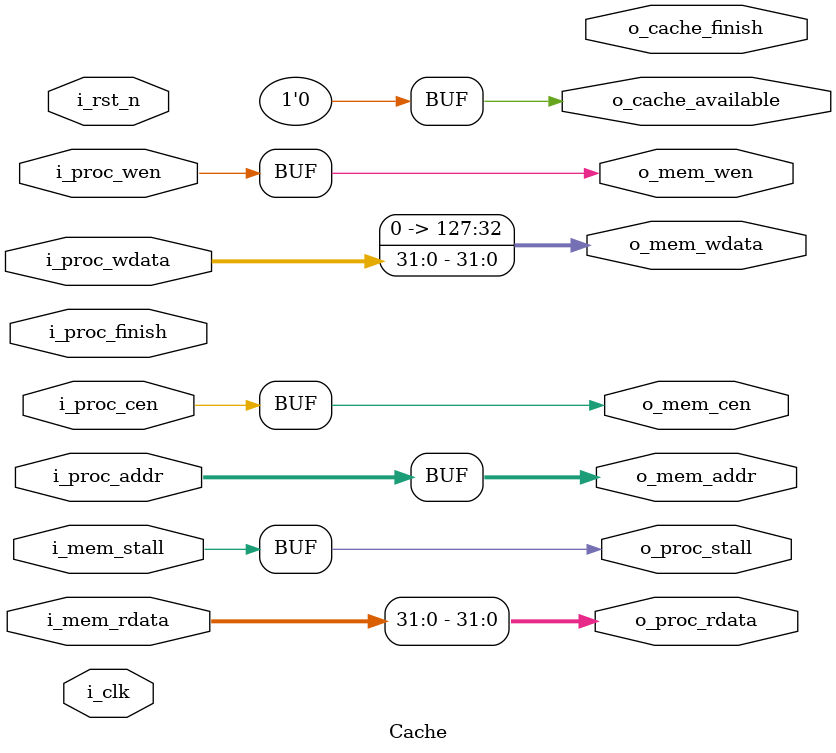
<source format=v>
module CHIP #(                                                                                  //
    parameter BIT_W = 32                                                                        //
)(                                                                                              //
    // clock                                                                                    //
        input               i_clk,                                                              //
        input               i_rst_n,                                                            //
    // instruction memory                                                                       //
        input  [BIT_W-1:0]  i_IMEM_data,                                                        //
        output [BIT_W-1:0]  o_IMEM_addr,                                                        //
        output              o_IMEM_cen,                                                         //
    // data memory                                                                              //
        input               i_DMEM_stall,                                                       //
        input  [BIT_W-1:0]  i_DMEM_rdata,                                                       //
        output              o_DMEM_cen,                                                         //
        output              o_DMEM_wen,                                                         //
        output [BIT_W-1:0]  o_DMEM_addr,                                                        //
        output [BIT_W-1:0]  o_DMEM_wdata,                                                       //
    // finnish procedure                                                                        //
        output              o_finish,                                                           //
    // cache                                                                                    //
        input               i_cache_finish,                                                     //
        output              o_proc_finish                                                       //
);                                                                                              //
//----------------------------- DO NOT MODIFY THE I/O INTERFACE!! ------------------------------//

// ------------------------------------------------------------------------------------------------------------------------------------------------------
// Parameters
// ------------------------------------------------------------------------------------------------------------------------------------------------------

    // TODO: any declaration
    // auipc
    parameter auipc_opcode = 7'b0010111;
    // jal
    parameter jal_opcode   = 7'b1101111;
    // jalr
    parameter jalr_opcode  = 7'b1100111;
    // add
    parameter add_funct7   = 7'b0000000;
    parameter add_funct3   = 3'b000;
    parameter add_opcode   = 7'b0110011;
    // sub
    parameter sub_funct7   = 7'b0100000;
    parameter sub_funct3   = 3'b000;
    parameter sub_opcode   = 7'b0110011;
    // and
    parameter and_funct7   = 7'b0000000;
    parameter and_funct3   = 3'b111;
    parameter and_opcode   = 7'b0110011;
    // xor
    parameter xor_funct7   = 7'b0000000;
    parameter xor_funct3   = 3'b100;
    parameter xor_opcode   = 7'b0110011;
    // addi
    parameter addi_funct3  = 3'b000;
    parameter addi_opcode  = 7'b0010011;
    // slli
    parameter slli_funct3  = 3'b001;
    parameter slli_opcode  = 7'b0010011;
    // slti
    parameter slti_funct3  = 3'b010;
    parameter slti_opcode  = 7'b0010011;
    // srai
    parameter srai_funct7  = 7'b0100000;
    parameter srai_funct3  = 3'b101;
    parameter srai_opcode  = 7'b0010011;
    // lw
    parameter lw_funct3    = 3'b010;
    parameter lw_opcode    = 7'b0000011;
    // sw
    parameter sw_funct3    = 3'b010;
    parameter sw_opcode    = 7'b0100011;
    // mul
    parameter mul_funct7   = 7'b0000001;
    parameter mul_funct3   = 3'b000;
    parameter mul_opcode   = 7'b0110011;
    // beq
    parameter beq_funct3   = 3'b000;
    parameter beq_opcode   = 7'b1100011;
    // bge
    parameter bge_funct3   = 3'b101;
    parameter bge_opcode   = 7'b1100011;
    // blt
    parameter blt_funct3   = 3'b100;
    parameter blt_opcode   = 7'b1100011;
    // bne
    parameter bne_funct3   = 3'b001;
    parameter bne_opcode   = 7'b1100011;
    // ecall
    parameter ecall_opcode = 7'b1110011;
    parameter ecall        = 32'b0000_0000_0001_0000_0000_0000_0111_0011;

    // state
    parameter S_IDLE  = 5'd0;
    parameter S_AUIPC = 5'd1;
    parameter S_JAL   = 5'd2;
    parameter S_JALR  = 5'd3;
    parameter S_ADD   = 5'd4;
    parameter S_SUB   = 5'd5;
    parameter S_AND   = 5'd6;
    parameter S_XOR   = 5'd7;
    parameter S_ADDI  = 5'd8;
    parameter S_SLLI  = 5'd9;
    parameter S_SLTI  = 5'd10;
    parameter S_SRAI  = 5'd11;
    parameter S_LW    = 5'd12;
    parameter S_SW    = 5'd13;
    parameter S_MUL   = 5'd14;
    parameter S_BEQ   = 5'd15;
    parameter S_BGE   = 5'd16;
    parameter S_BLT   = 5'd17;
    parameter S_BNE   = 5'd18;
    parameter S_ECALL = 5'd19;

// ------------------------------------------------------------------------------------------------------------------------------------------------------
// Wires and Registers
// ------------------------------------------------------------------------------------------------------------------------------------------------------
    
    // TODO: any declaration
    reg [4:0] state, state_nxt;

    // instruction memory
    reg [BIT_W-1:0] PC, PC_nxt;
    reg IMEM_cen, IMEM_cen_nxt;
    wire mem_cen, mem_wen;
    wire [BIT_W-1:0] mem_addr, mem_wdata, mem_rdata;
    wire mem_stall;

    // register
    reg [BIT_W-1:0] imm;
    wire [BIT_W-1:0] rdata1, rdata2;
    reg [BIT_W-1:0] rdatad, rdatad_nxt;

    // data memory
    reg DMEM_cen, DMEM_cen_nxt;
    reg DMEM_wen, DMEM_wen_nxt;      
    reg [BIT_W-1:0] DMEM_addr, DMEM_addr_nxt;
    reg [BIT_W-1:0] DMEM_wdata, DMEM_wdata_nxt;
    reg [BIT_W-1:0] DMEM_rdata, DMEM_rdata_nxt;

    // instruction
    wire ALUSrc;
    wire MemtoReg;
    wire RegWrite;
    wire MemRead;
    wire MemWrite;
    wire Branch;
    wire [1:0] ALUOp;
    wire [3:0] ALU_control_input;

    // operation
    wire muldiv_done;
    wire [BIT_W-1:0] muldiv_result;
    wire muldiv_valid = state==S_MUL ? 1 : 0;

    // finish procedure
    reg finish, finish_nxt;

// ------------------------------------------------------------------------------------------------------------------------------------------------------
// Continuous Assignment
// ------------------------------------------------------------------------------------------------------------------------------------------------------

    // TODO: any wire assignment

    // instruction memory
    assign o_IMEM_addr = PC;
    assign o_IMEM_cen = IMEM_cen; // load instruction

    // control signal
    assign ALUSrc = (i_IMEM_data[6:0]==7'b0000011) || (i_IMEM_data[6:0]==7'b0100011);
    assign MemtoReg = (i_IMEM_data[6:0]==7'b0000011);
    assign RegWrite = (i_IMEM_data[6:0]==7'b0110011) || (i_IMEM_data[6:0]==7'b0000011);
    assign MemRead = (i_IMEM_data[6:0]==7'b0000011);
    assign MemWrite = (i_IMEM_data[6:0]==7'b0100011);
    assign Branch = (i_IMEM_data[6:0]==7'b1100011);
    assign ALUOp[1] = (i_IMEM_data[6:0]==7'b0110011);
    assign ALUOp[0] = (i_IMEM_data[6:0]==7'b1100011);   
    assign ALU_control_input = (ALUOp==2'b00 ? 4'b0010 : (ALUOp[0]==1'b1 ? 4'b0110 : (i_IMEM_data[14:12]==3'b000 ? 4'b0010 : (i_IMEM_data[30]==1'b1 ? 4'b0110 : (i_IMEM_data[14:12]==3'b111 ? 4'b0000 : 4'b0001)))));

    // data memory
    assign o_DMEM_cen = DMEM_cen;
    assign o_DMEM_wen = DMEM_wen;
    assign o_DMEM_addr = DMEM_addr;
    assign o_DMEM_wdata = DMEM_wdata;


// ------------------------------------------------------------------------------------------------------------------------------------------------------
// Submoddules
// ------------------------------------------------------------------------------------------------------------------------------------------------------

    // TODO: Reg_file wire connection
    Reg_file reg0(               
        .i_clk  (i_clk),             
        .i_rst_n(i_rst_n),         
        .wen    (RegWrite),          
        .rs1    (i_IMEM_data[19:15]),                
        .rs2    (i_IMEM_data[24:20]),                
        .rd     (i_IMEM_data[11:7]),                 
        .wdata  (rdatad),             
        .rdata1 (rdata1),           
        .rdata2 (rdata2)
    );

    MULDIV_unit muldiv0(
        .i_clk(i_clk),
        .i_rst_n(i_rst_n),
        .i_valid(muldiv_valid),
        .i_A(rdata1),
        .i_B(rdata2),
        .o_data(muldiv_result),
        .o_done(muldiv_done)
    );

    // Cache cache0(
    //     .i_clk(i_clk),
    //     .i_rst_n(i_rst_n),
    //     .i_proc_cen(o_DMEM_cen),
    //     .i_proc_wen(o_DMEM_wen),
    //     .i_proc_addr(o_DMEM_addr),
    //     .i_proc_wdata(o_DMEM_wdata),
    //     .o_proc_rdata(i_DMEM_rdata),
    //     .o_proc_stall(i_DMEM_stall),
    //     .i_proc_finish(o_proc_finish),
    //     .o_cache_finish(i_cache_finish),
    //     .o_mem_cen(mem_cen),
    //     .o_mem_wen(mem_wen),
    //     .o_mem_addr(mem_addr),
    //     .o_mem_wdata(mem_wdata),
    //     .i_mem_rdata(mem_rdata),
    //     .i_mem_stall(mem_stall)
    // );

// ------------------------------------------------------------------------------------------------------------------------------------------------------
// Always Blocks
// ------------------------------------------------------------------------------------------------------------------------------------------------------
    
    // Todo: any combinational/sequential circuit

    // FSM

    always @(*) begin // state
        case (state)
            S_IDLE: begin
                case (i_IMEM_data[6:0])
                    auipc_opcode: begin
                        state_nxt = S_AUIPC;
                    end
                    jal_opcode: begin
                        state_nxt = S_JAL;
                    end
                    jalr_opcode: begin
                        state_nxt = S_JALR;
                    end
                    add_opcode: begin
                        case({i_IMEM_data[31:25], i_IMEM_data[14:12]})
                            {add_funct7, add_funct3}: begin
                                state_nxt = S_ADD;
                            end
                            jal_opcode: begin
                                state_nxt = S_JAL;
                            end
                            jalr_opcode: begin
                                state_nxt = S_JALR;
                            end
                            add_opcode: begin
                                case({i_IMEM_data[31:25], i_IMEM_data[14:12]})
                                    {add_funct7, add_funct3}: begin
                                        state_nxt = S_ADD;
                                    end
                                    {sub_funct7, sub_funct3}: begin
                                        state_nxt = S_SUB;
                                    end
                                    {and_funct7, and_funct3}: begin
                                        state_nxt = S_AND;
                                    end
                                    {xor_funct7, xor_funct3}: begin
                                        state_nxt = S_XOR;
                                    end
                                    {mul_funct7, mul_funct3}: begin
                                        state_nxt = S_MUL;
                                    end
                                    default: begin
                                        state_nxt = state;
                                    end
                                endcase
                            end
                            addi_opcode: begin
                                case(i_IMEM_data[14:12])
                                    addi_funct3: begin
                                        state_nxt = S_ADDI;
                                    end
                                    slli_funct3: begin
                                        state_nxt = S_SLLI;
                                    end
                                    slti_funct3: begin
                                        state_nxt = S_SLTI;
                                    end
                                    srai_funct3: begin
                                        state_nxt = S_SRAI;
                                    end
                                    default: begin
                                        state_nxt = state;
                                    end
                                endcase
                            end
                            lw_opcode: begin
                                state_nxt = S_LW;
                            end
                            sw_opcode: begin
                                state_nxt = S_SW;
                            end
                            bge_opcode: begin
                                case(i_IMEM_data[6:0])
                                    bge_funct3: begin
                                        state_nxt = S_BGE;
                                    end
                                    beq_funct3: begin
                                        state_nxt = S_BEQ;
                                    end
                                    blt_funct3: begin
                                        state_nxt = S_BLT;
                                    end
                                    bne_funct3: begin
                                        state_nxt = S_BNE;
                                    end
                                    default: begin
                                        state_nxt = state;
                                    end
                                endcase
                            end
                            ecall_opcode: begin
                                state_nxt = S_ECALL;
                            end
                            default: begin
                                state_nxt = state;
                            end
                        endcase
                    end
                endcase
            end

            S_MUL: begin
                state_nxt = muldiv_done ? S_IDLE : S_MUL;
            end
            
            default: begin
                state_nxt = S_IDLE;
            end
        endcase
    end

    always @(*) begin // action
        imm = 0;
        rdatad_nxt = rdatad;
        PC_nxt = PC + 4;
        IMEM_cen_nxt = 1;
        DMEM_cen_nxt = 1;
        finish_nxt = finish;

        case (state)
            S_IDLE: begin

            end

            S_AUIPC: begin
                imm = {i_IMEM_data[31:12], 12'b0};
                rdatad_nxt = $signed(PC) + $signed(imm);
            end

            S_JAL: begin
                imm = {11'b0, i_IMEM_data[31], i_IMEM_data[19:12], i_IMEM_data[20], i_IMEM_data[30:21], 1'b0};
                rdatad_nxt = $signed(PC) + $signed(4);
                PC_nxt = $signed(PC) + $signed({imm, 1'b0});
            end

            S_JALR: begin
                imm = {20'b0, i_IMEM_data[31:20]};
                rdatad_nxt = $signed(PC) + $signed(4);
                PC_nxt = $signed(rdata1) + $signed(imm);
            end

            S_ADD: begin
                rdatad_nxt = $signed(rdata1) + $signed(rdata2);
            end

            S_SUB: begin
                rdatad_nxt = $signed(rdata1) - $signed(rdata2);
            end

            S_AND: begin
                rdatad_nxt = rdata1 & rdata2;
            end

            S_XOR: begin
                rdatad_nxt = rdata1 ^ rdata2;
            end

            S_ADDI: begin
                imm = {20'b0, i_IMEM_data[31:20]};
                rdatad_nxt = $signed(rdata1) + $signed(imm);
            end

            S_SLLI: begin
                imm = i_IMEM_data[25:20];
                rdatad_nxt = rdata1 << imm;
            end

            S_SLTI: begin
                imm = {20'b0, i_IMEM_data[31:20]};
                rdatad_nxt = (rdata1 < imm) ? 1 : 0;
            end

            S_SRAI: begin
                imm = i_IMEM_data[24:20];
                rdatad_nxt = rdata1 >>> imm;
            end

            S_LW: begin
                imm = {20'b0, i_IMEM_data[31:20]};
                rdatad_nxt = i_DMEM_rdata;
            end

            S_SW: begin
                imm = {20'b0, i_IMEM_data[31:25], i_IMEM_data[12:8]};
                DMEM_wdata_nxt = rdata2;
            end

            S_MUL: begin
                rdatad_nxt = muldiv_done ? muldiv_result : rdatad;
            end

            S_BEQ: begin
                imm = {20'b0, i_IMEM_data[31], i_IMEM_data[8], i_IMEM_data[30:25], i_IMEM_data[12:9]};
                PC_nxt = ($signed(rdata1) == $signed(rdata2)) ? ($signed(PC) + $signed({imm, 1'b0})) : PC;
            end

            S_BGE: begin
                imm = {20'b0, i_IMEM_data[31], i_IMEM_data[8], i_IMEM_data[30:25], i_IMEM_data[12:9]};
                PC_nxt = ($signed(rdata1) >= $signed(rdata2)) ? ($signed(PC) + $signed({imm, 1'b0})) : PC;
            end

            S_BLT: begin
                imm = {20'b0, i_IMEM_data[31], i_IMEM_data[8], i_IMEM_data[30:25], i_IMEM_data[12:9]};
                PC_nxt = ($signed(rdata1) < $signed(rdata2)) ? ($signed(PC) + $signed({imm, 1'b0})) : PC;
            end

            S_BNE: begin
                imm = {20'b0, i_IMEM_data[31], i_IMEM_data[8], i_IMEM_data[30:25], i_IMEM_data[12:9]};
                PC_nxt = ($signed(rdata1) != $signed(rdata2)) ? ($signed(PC) + $signed({imm, 1'b0})) : PC;
            end

            S_ECALL: begin
                imm = {20'b0, i_IMEM_data[31:20]};
                finish_nxt = 1;
            end

            default: begin
                
            end
        endcase
    end

    always @(posedge i_clk or negedge i_rst_n) begin
        if (!i_rst_n) begin
            state <= S_IDLE;

            PC <= 32'h00010000; // Do not modify this value!!!
            IMEM_cen <= 1;
            
            rdatad <= 32'b0;
            DMEM_wen <= 0;
            DMEM_cen <= 1;
            DMEM_addr <= 0;
            DMEM_wdata <= 0;
            DMEM_rdata <= 0;

            finish <= 0;
        end
        else begin
            state <= state_nxt;

            PC <= PC_nxt;
            IMEM_cen <= IMEM_cen_nxt;

            rdatad <= rdatad_nxt;
            DMEM_wen <= DMEM_wen_nxt;
            DMEM_cen <= DMEM_cen_nxt;
            DMEM_addr <= DMEM_addr_nxt;
            DMEM_wdata <= DMEM_wdata_nxt;
            DMEM_rdata <= DMEM_rdata_nxt;

            finish <= finish_nxt;
        end
    end
endmodule

module Reg_file(i_clk, i_rst_n, wen, rs1, rs2, rd, wdata, rdata1, rdata2);
   
    parameter BITS = 32;
    parameter word_depth = 32;
    parameter addr_width = 5; // 2^addr_width >= word_depth
    
    input i_clk, i_rst_n, wen; // wen: 0:read | 1:write
    input [BITS-1:0] wdata;
    input [addr_width-1:0] rs1, rs2, rd;

    output [BITS-1:0] rdata1, rdata2;

    reg [BITS-1:0] mem [0:word_depth-1];
    reg [BITS-1:0] mem_nxt [0:word_depth-1];

    integer i;

    assign rdata1 = mem[rs1];
    assign rdata2 = mem[rs2];

    always @(*) begin
        for (i=0; i<word_depth; i=i+1)
            mem_nxt[i] = (wen && (rd == i)) ? wdata : mem[i];
    end

    always @(posedge i_clk or negedge i_rst_n) begin
        if (!i_rst_n) begin
            mem[0] <= 0;
            for (i=1; i<word_depth; i=i+1) begin
                case(i)
                    32'd2: mem[i] <= 32'hbffffff0;
                    32'd3: mem[i] <= 32'h10008000;
                    default: mem[i] <= 32'h0;
                endcase
            end
        end
        else begin
            mem[0] <= 0;
            for (i=1; i<word_depth; i=i+1)
                mem[i] <= mem_nxt[i];
        end       
    end
endmodule

module MULDIV_unit#(
    parameter BIT_W = 32    
)(
    // TODO: port declaration
        input                       i_clk,   // clock
        input                       i_rst_n, // reset

        input                       i_valid, // input valid signal
        input [BIT_W - 1 : 0]       i_A,     // input operand A
        input [BIT_W - 1 : 0]       i_B,     // input operand B

        output [2*BIT_W - 1 : 0]    o_data,  // output value
        output                      o_done   // output valid signal
    );
    // TODO: HW2
        // Do not Modify the above part !!!
// Parameters
    // ======== choose your FSM style ==========
    // 1. FSM based on operation cycles
    parameter S_IDLE           = 2'd0;
    parameter S_MULTI_CYCLE_OP = 2'd2;

// Wires & Regs
    // Todo
    // state
    reg  [           1: 0] state, state_nxt; // remember to expand the bit width if you want to add more states!
    // load input
    reg  [     BIT_W-1: 0] operand_a, operand_a_nxt;
    reg  [     BIT_W-1: 0] operand_b, operand_b_nxt;
    reg  [           2: 0] inst, inst_nxt;

// Wire Assignments
    // Todo
    // Counter
    reg  [4:0] cnt, cnt_nxt;
    // Output
    reg  [2*BIT_W - 1 : 0] o_data_cur, o_data_nxt;
    reg                     o_done_cur, o_done_nxt;
    
// Always Combination
    // load input
    always @(*) begin
        if (i_valid) begin
            operand_a_nxt = i_A;
            operand_b_nxt = i_B;
        end
        else begin
            operand_a_nxt = operand_a;
            operand_b_nxt = operand_b;
        end
    end
    // Todo: FSM
    always @(*) begin
        case(state)
            S_IDLE           : begin
                if (i_valid) begin
                    state_nxt = S_MULTI_CYCLE_OP;
                end
                else begin // stay in S_IDLE
                    state_nxt = state;
                end
            end
            S_MULTI_CYCLE_OP : begin
                if (cnt==5'd31) begin
                    state_nxt = S_IDLE;
                end
                else begin
                    state_nxt = S_MULTI_CYCLE_OP;
                end
            end
            default : state_nxt = state;
        endcase
    end
    // Todo: Counter
    always @(negedge i_clk) begin
        if (state==S_MULTI_CYCLE_OP) begin
            cnt_nxt = cnt + 1;
        end
        else begin
            cnt_nxt = cnt;
        end
    end
    // Todo: ALU output
    always @(*) begin
        if (state==S_MULTI_CYCLE_OP) begin // MUL A: multiplicand, B: multiplier
            if (cnt==0) begin
                if (operand_b[0]==1)begin
                    o_data_nxt = {operand_a, operand_b} >> 1;
                end
                else begin
                    o_data_nxt = {{BIT_W{1'b0}}, operand_b} >> 1;
                end
                o_done_nxt = 0;
            end
            else if (cnt<31) begin
                if (o_data_cur[0]==1) begin
                    o_data_nxt = {{1'b0, o_data_cur[2*BIT_W-1:BIT_W]} + {1'b0, operand_a}, o_data_cur[BIT_W-1:1]};
                end
                else begin
                    o_data_nxt = o_data_cur >> 1;
                end
                o_done_nxt = 0;
            end
            else begin
                if (o_data_cur[0]==1) begin
                    o_data_nxt = {{1'b0, o_data_cur[2*BIT_W-1:BIT_W]} + {1'b0, operand_a}, o_data_cur[BIT_W-1:1]};
                end
                else begin
                    o_data_nxt = o_data_cur >> 1;
                end
                o_done_nxt = 1;
            end
        end
        else begin
            o_data_nxt = 0;
            o_done_nxt = 0;
        end
    end
    
    // Todo: output valid signal
    assign o_data = o_data_cur;
    assign o_done = o_done_cur;

    // Todo: Sequential always block
    always @(posedge i_clk or negedge i_rst_n) begin
        if (!i_rst_n) begin
            state       <= S_IDLE;
            operand_a   <= 0;
            operand_b   <= 0;
            cnt         <= 0;
            o_data_cur  <= 0;
            o_done_cur  <= 0;
        end
        else begin
            state       <= state_nxt;
            operand_a   <= operand_a_nxt;
            operand_b   <= operand_b_nxt;
            cnt         <= cnt_nxt;
            o_data_cur  <= o_data_nxt;
            o_done_cur  <= o_done_nxt;
        end
    end
endmodule

module Cache#(
        parameter BIT_W = 32,
        parameter ADDR_W = 32
    )(
        input i_clk,
        input i_rst_n,
        // processor interface
            input i_proc_cen,
            input i_proc_wen,
            input [ADDR_W-1:0] i_proc_addr,
            input [BIT_W-1:0]  i_proc_wdata,
            output [BIT_W-1:0] o_proc_rdata,
            output o_proc_stall,
            input i_proc_finish,
            output o_cache_finish,
        // memory interface
            output o_mem_cen,
            output o_mem_wen,
            output [ADDR_W-1:0] o_mem_addr,
            output [BIT_W*4-1:0]  o_mem_wdata,
            input [BIT_W*4-1:0] i_mem_rdata,
            input i_mem_stall,
            output o_cache_available
    );

    assign o_cache_available = 0; // change this value to 1 if the cache is implemented

    //------------------------------------------//
    //          default connection              //
    assign o_mem_cen = i_proc_cen;              //
    assign o_mem_wen = i_proc_wen;              //
    assign o_mem_addr = i_proc_addr;            //
    assign o_mem_wdata = i_proc_wdata;          //
    assign o_proc_rdata = i_mem_rdata[0+:BIT_W];//
    assign o_proc_stall = i_mem_stall;          //
    //------------------------------------------//

    // TODO: BONUS

endmodule
</source>
